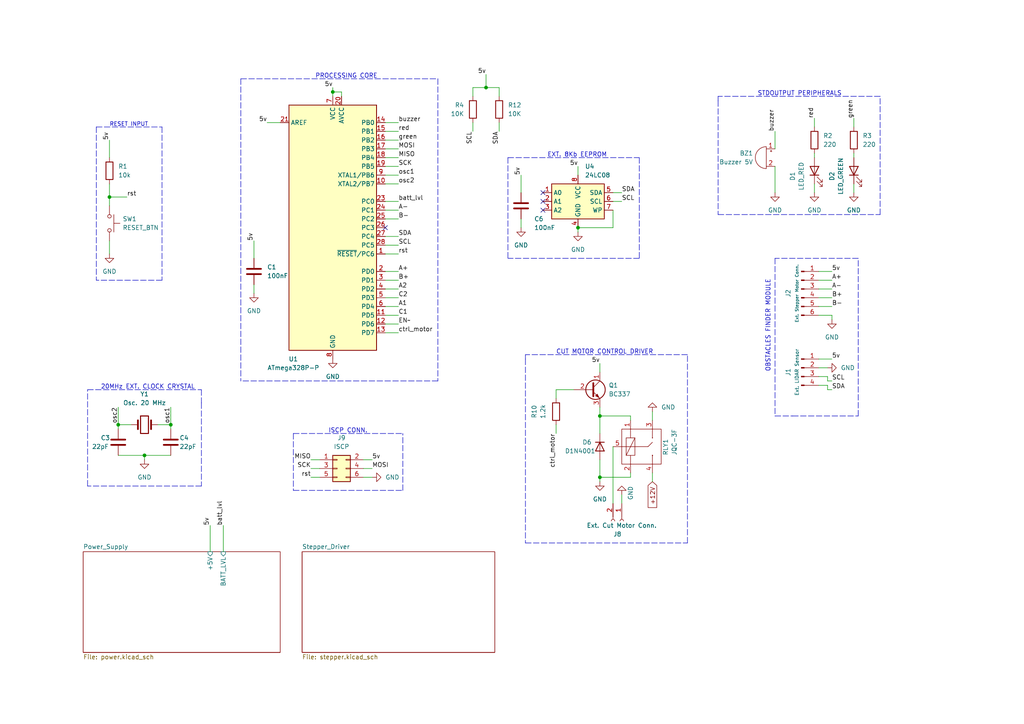
<source format=kicad_sch>
(kicad_sch (version 20211123) (generator eeschema)
  (paper "A4")
  (title_block (title "CPU and peripherals Eschema") (date "2022-03-23") (rev "v2.0") (company "Leandro Assis dos Santos") (comment 1 "Disponible in: github.com/leandroassis"))
  (lib_symbols
    (symbol "Connector:Conn_01x02_Female" (pin_names (offset 1.016) hide)
      (property "Reference" "J" (at 0 2.54 0))
      (property "Value" "Conn_01x02_Female" (at 0 -5.08 0))
      (symbol "Conn_01x02_Female_1_1"
        (arc (start 0 -2.032) (mid -0.508 -2.54) (end 0 -3.048) (stroke (width 0.1524)))
        (polyline (pts (xy -1.27 -2.54) (xy -0.508 -2.54)) (stroke (width 0.1524)))
        (polyline (pts (xy -1.27 0) (xy -0.508 0)) (stroke (width 0.1524)))
        (arc (start 0 0.508) (mid -0.508 0) (end 0 -0.508) (stroke (width 0.1524)))
        (pin passive line (at -5.08 0 0) (length 3.81) (name "Pin_1") (number "1"))
        (pin passive line (at -5.08 -2.54 0) (length 3.81) (name "Pin_2") (number "2"))
      )
    )
    (symbol "Connector:Conn_01x04_Male" (pin_names (offset 1.016) hide)
      (property "Reference" "J" (at 0 5.08 0))
      (property "Value" "Conn_01x04_Male" (at 0 -7.62 0))
      (symbol "Conn_01x04_Male_1_1"
        (polyline (pts (xy 1.27 -5.08) (xy 0.8636 -5.08)) (stroke (width 0.1524)))
        (polyline (pts (xy 1.27 -2.54) (xy 0.8636 -2.54)) (stroke (width 0.1524)))
        (polyline (pts (xy 1.27 0) (xy 0.8636 0)) (stroke (width 0.1524)))
        (polyline (pts (xy 1.27 2.54) (xy 0.8636 2.54)) (stroke (width 0.1524)))
        (rectangle (start 0.8636 -4.953) (end 0 -5.207) (stroke (width 0.1524)) (fill (type outline)))
        (rectangle (start 0.8636 -2.413) (end 0 -2.667) (stroke (width 0.1524)) (fill (type outline)))
        (rectangle (start 0.8636 0.127) (end 0 -0.127) (stroke (width 0.1524)) (fill (type outline)))
        (rectangle (start 0.8636 2.667) (end 0 2.413) (stroke (width 0.1524)) (fill (type outline)))
        (pin passive line (at 5.08 2.54 180) (length 3.81) (name "Pin_1") (number "1"))
        (pin passive line (at 5.08 0 180) (length 3.81) (name "Pin_2") (number "2"))
        (pin passive line (at 5.08 -2.54 180) (length 3.81) (name "Pin_3") (number "3"))
        (pin passive line (at 5.08 -5.08 180) (length 3.81) (name "Pin_4") (number "4"))
      )
    )
    (symbol "Connector:Conn_01x06_Male" (pin_names (offset 1.016) hide)
      (property "Reference" "J" (at 0 7.62 0))
      (property "Value" "Conn_01x06_Male" (at 0 -10.16 0))
      (symbol "Conn_01x06_Male_1_1"
        (polyline (pts (xy 1.27 -7.62) (xy 0.8636 -7.62)) (stroke (width 0.1524)))
        (polyline (pts (xy 1.27 -5.08) (xy 0.8636 -5.08)) (stroke (width 0.1524)))
        (polyline (pts (xy 1.27 -2.54) (xy 0.8636 -2.54)) (stroke (width 0.1524)))
        (polyline (pts (xy 1.27 0) (xy 0.8636 0)) (stroke (width 0.1524)))
        (polyline (pts (xy 1.27 2.54) (xy 0.8636 2.54)) (stroke (width 0.1524)))
        (polyline (pts (xy 1.27 5.08) (xy 0.8636 5.08)) (stroke (width 0.1524)))
        (rectangle (start 0.8636 -7.493) (end 0 -7.747) (stroke (width 0.1524)) (fill (type outline)))
        (rectangle (start 0.8636 -4.953) (end 0 -5.207) (stroke (width 0.1524)) (fill (type outline)))
        (rectangle (start 0.8636 -2.413) (end 0 -2.667) (stroke (width 0.1524)) (fill (type outline)))
        (rectangle (start 0.8636 0.127) (end 0 -0.127) (stroke (width 0.1524)) (fill (type outline)))
        (rectangle (start 0.8636 2.667) (end 0 2.413) (stroke (width 0.1524)) (fill (type outline)))
        (rectangle (start 0.8636 5.207) (end 0 4.953) (stroke (width 0.1524)) (fill (type outline)))
        (pin passive line (at 5.08 5.08 180) (length 3.81) (name "Pin_1") (number "1"))
        (pin passive line (at 5.08 2.54 180) (length 3.81) (name "Pin_2") (number "2"))
        (pin passive line (at 5.08 0 180) (length 3.81) (name "Pin_3") (number "3"))
        (pin passive line (at 5.08 -2.54 180) (length 3.81) (name "Pin_4") (number "4"))
        (pin passive line (at 5.08 -5.08 180) (length 3.81) (name "Pin_5") (number "5"))
        (pin passive line (at 5.08 -7.62 180) (length 3.81) (name "Pin_6") (number "6"))
      )
    )
    (symbol "Connector_Generic:Conn_02x03_Odd_Even" (pin_names (offset 1.016) hide)
      (property "Reference" "J" (at 1.27 5.08 0))
      (property "Value" "Conn_02x03_Odd_Even" (at 1.27 -5.08 0))
      (symbol "Conn_02x03_Odd_Even_1_1"
        (rectangle (start -1.27 -2.413) (end 0 -2.667) (stroke (width 0.1524)))
        (rectangle (start -1.27 0.127) (end 0 -0.127) (stroke (width 0.1524)))
        (rectangle (start -1.27 2.667) (end 0 2.413) (stroke (width 0.1524)))
        (rectangle (start -1.27 3.81) (end 3.81 -3.81) (stroke (width 0.254)) (fill (type background)))
        (rectangle (start 3.81 -2.413) (end 2.54 -2.667) (stroke (width 0.1524)))
        (rectangle (start 3.81 0.127) (end 2.54 -0.127) (stroke (width 0.1524)))
        (rectangle (start 3.81 2.667) (end 2.54 2.413) (stroke (width 0.1524)))
        (pin passive line (at -5.08 2.54 0) (length 3.81) (name "Pin_1") (number "1"))
        (pin passive line (at 7.62 2.54 180) (length 3.81) (name "Pin_2") (number "2"))
        (pin passive line (at -5.08 0 0) (length 3.81) (name "Pin_3") (number "3"))
        (pin passive line (at 7.62 0 180) (length 3.81) (name "Pin_4") (number "4"))
        (pin passive line (at -5.08 -2.54 0) (length 3.81) (name "Pin_5") (number "5"))
        (pin passive line (at 7.62 -2.54 180) (length 3.81) (name "Pin_6") (number "6"))
      )
    )
    (symbol "Device:Buzzer" (pin_names (offset 0.0254) hide)
      (property "Reference" "BZ" (at 3.81 1.27 0))
      (property "Value" "Buzzer" (at 3.81 -1.27 0))
      (symbol "Buzzer_0_1"
        (arc (start 0 -3.175) (mid 3.175 0) (end 0 3.175))
        (polyline (pts (xy -1.651 1.905) (xy -1.143 1.905)))
        (polyline (pts (xy -1.397 2.159) (xy -1.397 1.651)))
        (polyline (pts (xy 0 3.175) (xy 0 -3.175)))
      )
      (symbol "Buzzer_1_1"
        (pin passive line (at -2.54 2.54 0) (length 2.54) (name "-") (number "1"))
        (pin passive line (at -2.54 -2.54 0) (length 2.54) (name "+") (number "2"))
      )
    )
    (symbol "Device:C" (pin_numbers hide) (pin_names (offset 0.254))
      (property "Reference" "C" (at 0.635 2.54 0))
      (property "Value" "C" (at 0.635 -2.54 0))
      (symbol "C_0_1"
        (polyline (pts (xy -2.032 -0.762) (xy 2.032 -0.762)) (stroke (width 0.508)))
        (polyline (pts (xy -2.032 0.762) (xy 2.032 0.762)) (stroke (width 0.508)))
      )
      (symbol "C_1_1"
        (pin passive line (at 0 3.81 270) (length 2.794) (name "~") (number "1"))
        (pin passive line (at 0 -3.81 90) (length 2.794) (name "~") (number "2"))
      )
    )
    (symbol "Device:Crystal" (pin_numbers hide) (pin_names (offset 1.016) hide)
      (property "Reference" "Y" (at 0 3.81 0))
      (property "Value" "Crystal" (at 0 -3.81 0))
      (symbol "Crystal_0_1"
        (rectangle (start -1.143 2.54) (end 1.143 -2.54) (stroke (width 0.3048)))
        (polyline (pts (xy -2.54 0) (xy -1.905 0)))
        (polyline (pts (xy -1.905 -1.27) (xy -1.905 1.27)) (stroke (width 0.508)))
        (polyline (pts (xy 1.905 -1.27) (xy 1.905 1.27)) (stroke (width 0.508)))
        (polyline (pts (xy 2.54 0) (xy 1.905 0)))
      )
      (symbol "Crystal_1_1"
        (pin passive line (at -3.81 0 0) (length 1.27) (name "1") (number "1"))
        (pin passive line (at 3.81 0 180) (length 1.27) (name "2") (number "2"))
      )
    )
    (symbol "Device:D" (pin_numbers hide) (pin_names (offset 1.016) hide)
      (property "Reference" "D" (at 0 2.54 0))
      (property "Value" "D" (at 0 -2.54 0))
      (symbol "D_0_1"
        (polyline (pts (xy -1.27 1.27) (xy -1.27 -1.27)) (stroke (width 0.254)))
        (polyline (pts (xy 1.27 0) (xy -1.27 0)))
        (polyline (pts (xy 1.27 1.27) (xy 1.27 -1.27) (xy -1.27 0) (xy 1.27 1.27)) (stroke (width 0.254)))
      )
      (symbol "D_1_1"
        (pin passive line (at -3.81 0 0) (length 2.54) (name "K") (number "1"))
        (pin passive line (at 3.81 0 180) (length 2.54) (name "A") (number "2"))
      )
    )
    (symbol "Device:LED" (pin_numbers hide) (pin_names (offset 1.016) hide)
      (property "Reference" "D" (at 0 2.54 0))
      (property "Value" "LED" (at 0 -2.54 0))
      (symbol "LED_0_1"
        (polyline (pts (xy -1.27 -1.27) (xy -1.27 1.27)) (stroke (width 0.254)))
        (polyline (pts (xy -1.27 0) (xy 1.27 0)))
        (polyline (pts (xy 1.27 -1.27) (xy 1.27 1.27) (xy -1.27 0) (xy 1.27 -1.27)) (stroke (width 0.254)))
        (polyline (pts (xy -3.048 -0.762) (xy -4.572 -2.286) (xy -3.81 -2.286) (xy -4.572 -2.286) (xy -4.572 -1.524)))
        (polyline (pts (xy -1.778 -0.762) (xy -3.302 -2.286) (xy -2.54 -2.286) (xy -3.302 -2.286) (xy -3.302 -1.524)))
      )
      (symbol "LED_1_1"
        (pin passive line (at -3.81 0 0) (length 2.54) (name "K") (number "1"))
        (pin passive line (at 3.81 0 180) (length 2.54) (name "A") (number "2"))
      )
    )
    (symbol "Device:R" (pin_numbers hide) (pin_names (offset 0))
      (property "Reference" "R" (at 2.032 0 90))
      (property "Value" "R" (at 0 0 90))
      (symbol "R_0_1"
        (rectangle (start -1.016 -2.54) (end 1.016 2.54) (stroke (width 0.254)))
      )
      (symbol "R_1_1"
        (pin passive line (at 0 3.81 270) (length 1.27) (name "~") (number "1"))
        (pin passive line (at 0 -3.81 90) (length 1.27) (name "~") (number "2"))
      )
    )
    (symbol "MCU_Microchip_ATmega:ATmega328P-P"
      (property "Reference" "U1" (at -11.43 -38.1 0))
      (property "Value" "ATmega328P-P" (at -11.43 -40.64 0))
      (symbol "ATmega328P-P_0_1"
        (rectangle (start -12.7 -35.56) (end 12.7 35.56) (stroke (width 0.254)) (fill (type background)))
      )
      (symbol "ATmega328P-P_1_1"
        (pin bidirectional line (at 15.24 -7.62 180) (length 2.54) (name "~{RESET}/PC6") (number "1"))
        (pin bidirectional line (at 15.24 12.7 180) (length 2.54) (name "XTAL2/PB7") (number "10"))
        (pin bidirectional line (at 15.24 -25.4 180) (length 2.54) (name "PD5") (number "11"))
        (pin output line (at 15.24 -27.94 180) (length 2.54) (name "PD6") (number "12"))
        (pin bidirectional line (at 15.24 -30.48 180) (length 2.54) (name "PD7") (number "13"))
        (pin bidirectional line (at 15.24 30.48 180) (length 2.54) (name "PB0") (number "14"))
        (pin bidirectional line (at 15.24 27.94 180) (length 2.54) (name "PB1") (number "15"))
        (pin bidirectional line (at 15.24 25.4 180) (length 2.54) (name "PB2") (number "16"))
        (pin bidirectional line (at 15.24 22.86 180) (length 2.54) (name "PB3") (number "17"))
        (pin bidirectional line (at 15.24 20.32 180) (length 2.54) (name "PB4") (number "18"))
        (pin bidirectional line (at 15.24 17.78 180) (length 2.54) (name "PB5") (number "19"))
        (pin bidirectional line (at 15.24 -12.7 180) (length 2.54) (name "PD0") (number "2"))
        (pin power_in line (at 2.54 38.1 270) (length 2.54) (name "AVCC") (number "20"))
        (pin passive line (at -15.24 30.48 0) (length 2.54) (name "AREF") (number "21"))
        (pin passive line (at 0 -38.1 90) (length 2.54) hide (name "GND") (number "22"))
        (pin bidirectional line (at 15.24 7.62 180) (length 2.54) (name "PC0") (number "23"))
        (pin bidirectional line (at 15.24 5.08 180) (length 2.54) (name "PC1") (number "24"))
        (pin bidirectional line (at 15.24 2.54 180) (length 2.54) (name "PC2") (number "25"))
        (pin bidirectional line (at 15.24 0 180) (length 2.54) (name "PC3") (number "26"))
        (pin bidirectional line (at 15.24 -2.54 180) (length 2.54) (name "PC4") (number "27"))
        (pin bidirectional line (at 15.24 -5.08 180) (length 2.54) (name "PC5") (number "28"))
        (pin bidirectional line (at 15.24 -15.24 180) (length 2.54) (name "PD1") (number "3"))
        (pin bidirectional line (at 15.24 -17.78 180) (length 2.54) (name "PD2") (number "4"))
        (pin bidirectional line (at 15.24 -20.32 180) (length 2.54) (name "PD3") (number "5"))
        (pin bidirectional line (at 15.24 -22.86 180) (length 2.54) (name "PD4") (number "6"))
        (pin power_in line (at 0 38.1 270) (length 2.54) (name "VCC") (number "7"))
        (pin power_in line (at 0 -38.1 90) (length 2.54) (name "GND") (number "8"))
        (pin bidirectional line (at 15.24 15.24 180) (length 2.54) (name "XTAL1/PB6") (number "9"))
      )
    )
    (symbol "Memory_EEPROM:24LC08"
      (property "Reference" "U" (at -6.35 6.35 0))
      (property "Value" "24LC08" (at 1.27 6.35 0))
      (symbol "24LC08_1_1"
        (rectangle (start -7.62 5.08) (end 7.62 -5.08) (stroke (width 0.254)) (fill (type background)))
        (pin input line (at -10.16 2.54 0) (length 2.54) (name "A0") (number "1"))
        (pin input line (at -10.16 0 0) (length 2.54) (name "A1") (number "2"))
        (pin input line (at -10.16 -2.54 0) (length 2.54) (name "A2") (number "3"))
        (pin power_in line (at 0 -7.62 90) (length 2.54) (name "GND") (number "4"))
        (pin bidirectional line (at 10.16 2.54 180) (length 2.54) (name "SDA") (number "5"))
        (pin input line (at 10.16 0 180) (length 2.54) (name "SCL") (number "6"))
        (pin input line (at 10.16 -2.54 180) (length 2.54) (name "WP") (number "7"))
        (pin power_in line (at 0 7.62 270) (length 2.54) (name "VCC") (number "8"))
      )
    )
    (symbol "New_Library:JQC-3F"
      (property "Reference" "RLY" (at 8.89 -7.62 90))
      (property "Value" "JQC-3F" (at 11.43 -7.62 90))
      (symbol "JQC-3F_0_1"
        (rectangle (start -3.81 -2.54) (end 7.62 -12.7))
        (rectangle (start -2.54 -5.08) (end 0 -10.16))
        (polyline (pts (xy -3.81 -7.62) (xy 3.81 -7.62)))
        (polyline (pts (xy -2.54 -10.16) (xy 0 -5.08)))
        (polyline (pts (xy -1.27 -10.16) (xy -1.27 -12.7)))
        (polyline (pts (xy -1.27 -5.08) (xy -1.27 -2.54)))
        (polyline (pts (xy 3.81 -7.62) (xy 5.08 -6.35)))
        (polyline (pts (xy 5.08 -12.7) (xy 5.08 -10.16)))
        (polyline (pts (xy 5.08 -2.54) (xy 5.08 -5.08)))
        (circle (center 5.08 -10.16) (radius 0.0001))
        (circle (center 5.08 -10.16) (radius 0.0001))
        (circle (center 5.08 -5.08) (radius 0.0001))
      )
      (symbol "JQC-3F_1_1"
        (pin input line (at -1.27 0 270) (length 2.54) (name "") (number "1"))
        (pin input line (at -1.27 -15.24 90) (length 2.54) (name "") (number "2"))
        (pin input line (at 5.08 0 270) (length 2.54) (name "") (number "3"))
        (pin input line (at 5.08 -15.24 90) (length 2.54) (name "") (number "4"))
        (pin input line (at -6.35 -7.62 0) (length 2.54) (name "") (number "5"))
      )
    )
    (symbol "Switch:SW_Push" (pin_numbers hide) (pin_names (offset 1.016) hide)
      (property "Reference" "SW" (at 1.27 2.54 0))
      (property "Value" "SW_Push" (at 0 -1.524 0))
      (symbol "SW_Push_0_1"
        (circle (center -2.032 0) (radius 0.508))
        (polyline (pts (xy 0 1.27) (xy 0 3.048)))
        (polyline (pts (xy 2.54 1.27) (xy -2.54 1.27)))
        (circle (center 2.032 0) (radius 0.508))
        (pin passive line (at -5.08 0 0) (length 2.54) (name "1") (number "1"))
        (pin passive line (at 5.08 0 180) (length 2.54) (name "2") (number "2"))
      )
    )
    (symbol "Transistor_BJT:BC337" (pin_names (offset 0) hide)
      (property "Reference" "Q" (at 5.08 1.905 0))
      (property "Value" "BC337" (at 5.08 0 0))
      (symbol "BC337_0_1"
        (polyline (pts (xy 0 0) (xy 0.635 0)))
        (polyline (pts (xy 0.635 0.635) (xy 2.54 2.54)))
        (polyline (pts (xy 0.635 -0.635) (xy 2.54 -2.54) (xy 2.54 -2.54)))
        (polyline (pts (xy 0.635 1.905) (xy 0.635 -1.905) (xy 0.635 -1.905)) (stroke (width 0.508)))
        (polyline (pts (xy 1.27 -1.778) (xy 1.778 -1.27) (xy 2.286 -2.286) (xy 1.27 -1.778) (xy 1.27 -1.778)) (fill (type outline)))
        (circle (center 1.27 0) (radius 2.8194) (stroke (width 0.254)))
      )
      (symbol "BC337_1_1"
        (pin passive line (at 2.54 5.08 270) (length 2.54) (name "C") (number "1"))
        (pin input line (at -5.08 0 0) (length 5.08) (name "B") (number "2"))
        (pin passive line (at 2.54 -5.08 90) (length 2.54) (name "E") (number "3"))
      )
    )
    (symbol "power:GND" (power) (pin_names (offset 0))
      (property "Value" "GND" (at 0 -3.81 0))
      (symbol "GND_0_1"
        (polyline (pts (xy 0 0) (xy 0 -1.27) (xy 1.27 -1.27) (xy 0 -2.54) (xy -1.27 -1.27) (xy 0 -1.27)))
      )
      (symbol "GND_1_1"
        (pin power_in line (at 0 0 270) (length 0) hide (name "GND") (number "1"))
      )
    )
  )
  (junction (at 173.99 120.65))
  (junction (at 34.29 123.19))
  (junction (at 167.64 66.04))
  (junction (at 41.91 132.08))
  (junction (at 96.52 26.67))
  (junction (at 49.53 123.19))
  (junction (at 31.75 57.15))
  (junction (at 173.99 138.43))
  (junction (at 140.97 25.4))
  (no_connect (at 111.76 66.04))
  (no_connect (at 157.48 60.96))
  (no_connect (at 157.48 55.88))
  (no_connect (at 157.48 58.42))
  (wire (pts (xy 247.65 53.34) (xy 247.65 55.88)))
  (wire (pts (xy 167.64 66.04) (xy 167.64 67.31)))
  (polyline (pts (xy 185.42 45.72) (xy 185.42 74.93)))
  (wire (pts (xy 111.76 63.5) (xy 115.57 63.5)))
  (polyline (pts (xy 27.94 36.83) (xy 46.99 36.83)))
  (wire (pts (xy 189.23 137.16) (xy 189.23 139.7)))
  (wire (pts (xy 182.88 121.92) (xy 182.88 120.65)))
  (wire (pts (xy 111.76 38.1) (xy 115.57 38.1)))
  (wire (pts (xy 237.49 111.76) (xy 240.03 111.76)))
  (polyline (pts (xy 85.09 125.73) (xy 85.09 142.24)))
  (wire (pts (xy 34.29 124.46) (xy 34.29 123.19)))
  (wire (pts (xy 96.52 25.4) (xy 96.52 26.67)))
  (polyline (pts (xy 69.85 22.86) (xy 127 22.86)))
  (wire (pts (xy 77.47 35.56) (xy 81.28 35.56)))
  (polyline (pts (xy 199.39 102.87) (xy 152.4 102.87)))
  (wire (pts (xy 41.91 132.08) (xy 41.91 133.35)))
  (wire (pts (xy 73.66 69.85) (xy 73.66 74.93)))
  (wire (pts (xy 182.88 137.16) (xy 182.88 138.43)))
  (wire (pts (xy 34.29 123.19) (xy 38.1 123.19)))
  (polyline (pts (xy 199.39 157.48) (xy 199.39 102.87)))
  (wire (pts (xy 111.76 96.52) (xy 115.57 96.52)))
  (wire (pts (xy 177.8 129.54) (xy 177.8 146.05)))
  (wire (pts (xy 111.76 40.64) (xy 115.57 40.64)))
  (polyline (pts (xy 208.28 29.21) (xy 208.28 62.23)))
  (wire (pts (xy 111.76 91.44) (xy 115.57 91.44)))
  (wire (pts (xy 34.29 118.11) (xy 34.29 123.19)))
  (wire (pts (xy 137.16 25.4) (xy 140.97 25.4)))
  (wire (pts (xy 111.76 81.28) (xy 115.57 81.28)))
  (wire (pts (xy 111.76 60.96) (xy 115.57 60.96)))
  (wire (pts (xy 111.76 48.26) (xy 115.57 48.26)))
  (wire (pts (xy 60.96 152.4) (xy 60.96 160.02)))
  (polyline (pts (xy 25.4 113.03) (xy 58.42 113.03)))
  (polyline (pts (xy 25.4 140.97) (xy 25.4 113.03)))
  (wire (pts (xy 140.97 21.59) (xy 140.97 25.4)))
  (polyline (pts (xy 58.42 116.84) (xy 58.42 140.97)))
  (wire (pts (xy 31.75 57.15) (xy 36.83 57.15)))
  (wire (pts (xy 45.72 123.19) (xy 49.53 123.19)))
  (wire (pts (xy 237.49 78.74) (xy 241.3 78.74)))
  (wire (pts (xy 161.29 113.03) (xy 166.37 113.03)))
  (wire (pts (xy 173.99 138.43) (xy 182.88 138.43)))
  (polyline (pts (xy 224.79 74.93) (xy 224.79 120.65)))
  (wire (pts (xy 96.52 26.67) (xy 99.06 26.67)))
  (wire (pts (xy 105.41 138.43) (xy 107.95 138.43)))
  (wire (pts (xy 31.75 69.85) (xy 31.75 73.66)))
  (wire (pts (xy 236.22 53.34) (xy 236.22 55.88)))
  (wire (pts (xy 173.99 118.11) (xy 173.99 120.65)))
  (wire (pts (xy 49.53 123.19) (xy 49.53 124.46)))
  (wire (pts (xy 237.49 106.68) (xy 240.03 106.68)))
  (polyline (pts (xy 152.4 104.14) (xy 152.4 157.48)))
  (wire (pts (xy 177.8 58.42) (xy 180.34 58.42)))
  (wire (pts (xy 31.75 53.34) (xy 31.75 57.15)))
  (wire (pts (xy 96.52 26.67) (xy 96.52 27.94)))
  (wire (pts (xy 173.99 120.65) (xy 182.88 120.65)))
  (polyline (pts (xy 185.42 74.93) (xy 147.32 74.93)))
  (polyline (pts (xy 208.28 62.23) (xy 255.27 62.23)))
  (wire (pts (xy 111.76 93.98) (xy 115.57 93.98)))
  (wire (pts (xy 151.13 50.8) (xy 151.13 55.88)))
  (wire (pts (xy 224.79 38.1) (xy 224.79 43.18)))
  (wire (pts (xy 111.76 83.82) (xy 115.57 83.82)))
  (polyline (pts (xy 248.92 120.65) (xy 248.92 74.93)))
  (polyline (pts (xy 127 110.49) (xy 69.85 110.49)))
  (wire (pts (xy 64.77 152.4) (xy 64.77 160.02)))
  (wire (pts (xy 173.99 105.41) (xy 173.99 107.95)))
  (wire (pts (xy 236.22 44.45) (xy 236.22 45.72)))
  (polyline (pts (xy 69.85 22.86) (xy 69.85 110.49)))
  (wire (pts (xy 111.76 58.42) (xy 115.57 58.42)))
  (wire (pts (xy 99.06 27.94) (xy 99.06 26.67)))
  (wire (pts (xy 151.13 63.5) (xy 151.13 66.04)))
  (wire (pts (xy 90.17 135.89) (xy 92.71 135.89)))
  (wire (pts (xy 111.76 35.56) (xy 115.57 35.56)))
  (polyline (pts (xy 229.87 120.65) (xy 248.92 120.65)))
  (polyline (pts (xy 85.09 142.24) (xy 116.84 142.24)))
  (polyline (pts (xy 147.32 45.72) (xy 147.32 74.93)))
  (wire (pts (xy 34.29 132.08) (xy 41.91 132.08)))
  (polyline (pts (xy 85.09 125.73) (xy 116.84 125.73)))
  (wire (pts (xy 167.64 66.04) (xy 177.8 66.04)))
  (wire (pts (xy 111.76 53.34) (xy 115.57 53.34)))
  (wire (pts (xy 161.29 125.73) (xy 161.29 123.19)))
  (wire (pts (xy 111.76 73.66) (xy 115.57 73.66)))
  (polyline (pts (xy 116.84 142.24) (xy 116.84 125.73)))
  (wire (pts (xy 137.16 27.94) (xy 137.16 25.4)))
  (wire (pts (xy 177.8 60.96) (xy 177.8 66.04)))
  (wire (pts (xy 237.49 104.14) (xy 241.3 104.14)))
  (wire (pts (xy 237.49 91.44) (xy 241.3 91.44)))
  (polyline (pts (xy 127 22.86) (xy 127 110.49)))
  (wire (pts (xy 41.91 132.08) (xy 49.53 132.08)))
  (wire (pts (xy 105.41 133.35) (xy 107.95 133.35)))
  (wire (pts (xy 237.49 86.36) (xy 241.3 86.36)))
  (wire (pts (xy 237.49 81.28) (xy 241.3 81.28)))
  (wire (pts (xy 167.64 48.26) (xy 167.64 50.8)))
  (polyline (pts (xy 46.99 81.28) (xy 27.94 81.28)))
  (polyline (pts (xy 152.4 102.87) (xy 152.4 104.14)))
  (polyline (pts (xy 58.42 140.97) (xy 25.4 140.97)))
  (polyline (pts (xy 208.28 27.94) (xy 208.28 29.21)))
  (wire (pts (xy 111.76 86.36) (xy 115.57 86.36)))
  (wire (pts (xy 241.3 91.44) (xy 241.3 92.71)))
  (wire (pts (xy 73.66 82.55) (xy 73.66 85.09)))
  (wire (pts (xy 240.03 113.03) (xy 241.3 113.03)))
  (polyline (pts (xy 224.79 120.65) (xy 229.87 120.65)))
  (wire (pts (xy 240.03 111.76) (xy 240.03 113.03)))
  (wire (pts (xy 247.65 34.29) (xy 247.65 36.83)))
  (wire (pts (xy 111.76 71.12) (xy 115.57 71.12)))
  (wire (pts (xy 111.76 88.9) (xy 115.57 88.9)))
  (wire (pts (xy 90.17 133.35) (xy 92.71 133.35)))
  (wire (pts (xy 180.34 146.05) (xy 180.34 143.51)))
  (wire (pts (xy 189.23 121.92) (xy 189.23 119.38)))
  (wire (pts (xy 90.17 138.43) (xy 92.71 138.43)))
  (polyline (pts (xy 147.32 45.72) (xy 185.42 45.72)))
  (wire (pts (xy 140.97 25.4) (xy 144.78 25.4)))
  (wire (pts (xy 111.76 45.72) (xy 115.57 45.72)))
  (polyline (pts (xy 248.92 74.93) (xy 224.79 74.93)))
  (wire (pts (xy 161.29 113.03) (xy 161.29 115.57)))
  (polyline (pts (xy 27.94 36.83) (xy 27.94 81.28)))
  (wire (pts (xy 173.99 120.65) (xy 173.99 125.73)))
  (wire (pts (xy 236.22 34.29) (xy 236.22 36.83)))
  (wire (pts (xy 177.8 55.88) (xy 180.34 55.88)))
  (wire (pts (xy 111.76 50.8) (xy 115.57 50.8)))
  (wire (pts (xy 173.99 133.35) (xy 173.99 138.43)))
  (wire (pts (xy 237.49 83.82) (xy 241.3 83.82)))
  (wire (pts (xy 49.53 118.11) (xy 49.53 123.19)))
  (polyline (pts (xy 46.99 36.83) (xy 46.99 81.28)))
  (wire (pts (xy 237.49 88.9) (xy 241.3 88.9)))
  (wire (pts (xy 237.49 109.22) (xy 240.03 109.22)))
  (wire (pts (xy 111.76 78.74) (xy 115.57 78.74)))
  (wire (pts (xy 137.16 35.56) (xy 137.16 38.1)))
  (wire (pts (xy 240.03 109.22) (xy 240.03 110.49)))
  (wire (pts (xy 105.41 135.89) (xy 107.95 135.89)))
  (wire (pts (xy 111.76 43.18) (xy 115.57 43.18)))
  (wire (pts (xy 144.78 25.4) (xy 144.78 27.94)))
  (polyline (pts (xy 255.27 27.94) (xy 208.28 27.94)))
  (wire (pts (xy 247.65 44.45) (xy 247.65 45.72)))
  (polyline (pts (xy 58.42 113.03) (xy 58.42 116.84)))
  (wire (pts (xy 173.99 138.43) (xy 173.99 139.7)))
  (wire (pts (xy 31.75 57.15) (xy 31.75 59.69)))
  (polyline (pts (xy 255.27 62.23) (xy 255.27 27.94)))
  (wire (pts (xy 224.79 48.26) (xy 224.79 55.88)))
  (wire (pts (xy 144.78 35.56) (xy 144.78 38.1)))
  (wire (pts (xy 31.75 40.64) (xy 31.75 45.72)))
  (polyline (pts (xy 152.4 157.48) (xy 199.39 157.48)))
  (wire (pts (xy 240.03 110.49) (xy 241.3 110.49)))
  (wire (pts (xy 111.76 68.58) (xy 115.57 68.58)))
  (text "OBSTACLES FINDER MODULE" (at 223.52 107.95 90) (effects (font (size 1.27 1.27)) (justify left bottom)))
  (text "CUT MOTOR CONTROL DRIVER" (at 161.29 102.87 0) (effects (font (size 1.27 1.27)) (justify left bottom)))
  (text "RESET INPUT" (at 31.75 36.83 0) (effects (font (size 1.15 1.15)) (justify left bottom)))
  (text "PROCESSING CORE" (at 91.44 22.86 0) (effects (font (size 1.27 1.27)) (justify left bottom)))
  (text "EXT. 8Kb EEPROM\n" (at 158.75 45.72 0) (effects (font (size 1.27 1.27)) (justify left bottom)))
  (text "20MHz EXT. CLOCK CRYSTAL" (at 29.21 113.03 0) (effects (font (size 1.27 1.27)) (justify left bottom)))
  (text "STDOUTPUT PERIPHERALS" (at 219.71 27.94 0) (effects (font (size 1.27 1.27)) (justify left bottom)))
  (text "ISCP CONN." (at 95.25 125.73 0) (effects (font (size 1.27 1.27)) (justify left bottom)))
  (label "5v" (at 96.52 25.4 180))
  (label "rst" (at 115.57 73.66 0))
  (label "red" (at 115.57 38.1 0))
  (label "batt_lvl" (at 115.57 58.42 0))
  (label "A+" (at 241.3 81.28 0))
  (label "A-" (at 241.3 83.82 0))
  (label "MISO" (at 90.17 133.35 180))
  (label "C1" (at 115.57 91.44 0))
  (label "SCL" (at 137.16 38.1 270))
  (label "EN~" (at 115.57 93.98 0))
  (label "B+" (at 115.57 81.28 0))
  (label "5v" (at 31.75 40.64 90))
  (label "5v" (at 77.47 35.56 180))
  (label "A1" (at 115.57 88.9 0))
  (label "5v" (at 60.96 152.4 90))
  (label "A2" (at 115.57 83.82 0))
  (label "5v" (at 151.13 50.8 90))
  (label "5v" (at 167.64 48.26 180))
  (label "MISO" (at 115.57 45.72 0))
  (label "SDA" (at 144.78 38.1 270))
  (label "SCL" (at 180.34 58.42 0))
  (label "SDA" (at 115.57 68.58 0))
  (label "rst" (at 36.83 57.15 0))
  (label "buzzer" (at 115.57 35.56 0))
  (label "A+" (at 115.57 78.74 0))
  (label "ctrl_motor" (at 161.29 125.73 270))
  (label "green" (at 247.65 34.29 90))
  (label "B-" (at 241.3 88.9 0))
  (label "red" (at 236.22 34.29 90))
  (label "osc1" (at 49.53 118.11 270))
  (label "5v" (at 241.3 104.14 0))
  (label "5v" (at 173.99 105.41 180))
  (label "SCL" (at 241.3 110.49 0))
  (label "batt_lvl" (at 64.77 152.4 90))
  (label "B+" (at 241.3 86.36 0))
  (label "MOSI" (at 115.57 43.18 0))
  (label "5v" (at 73.66 69.85 90))
  (label "5v" (at 107.95 133.35 0))
  (label "osc2" (at 34.29 118.11 270))
  (label "SDA" (at 241.3 113.03 0))
  (label "B-" (at 115.57 63.5 0))
  (label "SCL" (at 115.57 71.12 0))
  (label "ctrl_motor" (at 115.57 96.52 0))
  (label "A-" (at 115.57 60.96 0))
  (label "SDA" (at 180.34 55.88 0))
  (label "MOSI" (at 107.95 135.89 0))
  (label "rst" (at 90.17 138.43 180))
  (label "SCK" (at 115.57 48.26 0))
  (label "green" (at 115.57 40.64 0))
  (label "osc1" (at 115.57 50.8 0))
  (label "C2" (at 115.57 86.36 0))
  (label "5v" (at 241.3 78.74 0))
  (label "SCK" (at 90.17 135.89 180))
  (label "5v" (at 140.97 21.59 180))
  (label "osc2" (at 115.57 53.34 0))
  (label "buzzer" (at 224.79 38.1 90))
  (global_label "+12V" (shape input) (at 189.23 139.7 270) (property "Intersheet References" "${INTERSHEET_REFS}" (effects hide)))
  (symbol (lib_id "Connector_Generic:Conn_02x03_Odd_Even") (at 97.79 135.89 0) (unit 1)
    (property "Reference" "J9" (at 99.06 127 0))
    (property "Value" "ISCP" (at 99.06 129.54 0))
  )
  (symbol (lib_id "power:GND") (at 247.65 55.88 0) (unit 1)
    (property "Reference" "#PWR03" (effects hide))
    (property "Value" "GND" (at 247.65 60.96 0))
  )
  (symbol (lib_id "power:GND") (at 151.13 66.04 0) (unit 1)
    (property "Reference" "#PWR017" (effects hide))
    (property "Value" "GND" (at 151.13 71.12 0))
  )
  (symbol (lib_id "Connector:Conn_01x02_Female") (at 180.34 151.13 270) (unit 1)
    (property "Reference" "J8" (at 179.07 154.94 90))
    (property "Value" "Ext. Cut Motor Conn." (at 180.34 152.4 90))
  )
  (symbol (lib_id "power:GND") (at 224.79 55.88 0) (mirror y) (unit 1)
    (property "Reference" "#PWR01" (effects hide))
    (property "Value" "GND" (at 224.79 60.96 0))
  )
  (symbol (lib_id "MCU_Microchip_ATmega:ATmega328P-P") (at 96.52 66.04 0) (unit 1)
    (property "Reference" "U1" (at 85.09 104.14 0))
    (property "Value" "ATmega328P-P" (at 85.09 106.68 0))
    (property "Footprint" "Package_DIP:DIP-28_W7.62mm" (effects hide))
    (property "Datasheet" "http://ww1.microchip.com/downloads/en/DeviceDoc/ATmega328_P%20AVR%20MCU%20with%20picoPower%20Technology%20Data%20Sheet%2040001984A.pdf" (effects hide))
  )
  (symbol (lib_id "Connector:Conn_01x04_Male") (at 232.41 106.68 0) (unit 1)
    (property "Reference" "J1" (at 228.6 107.95 90))
    (property "Value" "Ext. LIDAR Sensor" (at 231.14 107.95 90) (effects (font (size 1 1))))
    (property "Footprint" "Package_BGA:FBGA-78_7.5x11mm_Layout2x3x13_P0.8mm" (effects hide))
  )
  (symbol (lib_id "power:GND") (at 73.66 85.09 0) (unit 1)
    (property "Reference" "#PWR0105" (effects hide))
    (property "Value" "GND" (at 73.66 90.17 0))
  )
  (symbol (lib_id "power:GND") (at 240.03 106.68 90) (unit 1)
    (property "Reference" "#PWR06" (effects hide))
    (property "Value" "GND" (at 243.84 106.6799 90) (effects (justify right)))
  )
  (symbol (lib_id "Device:LED") (at 236.22 49.53 90) (unit 1)
    (property "Reference" "D1" (at 229.87 51.1175 0))
    (property "Value" "LED_RED" (at 232.41 51.1175 0))
  )
  (symbol (lib_id "power:GND") (at 173.99 139.7 0) (unit 1)
    (property "Reference" "#PWR012" (effects hide))
    (property "Value" "GND" (at 173.99 144.78 0))
  )
  (symbol (lib_id "power:GND") (at 96.52 104.14 0) (unit 1)
    (property "Reference" "#PWR0106" (effects hide))
    (property "Value" "GND" (at 96.52 109.22 0))
  )
  (symbol (lib_id "Device:C") (at 49.53 128.27 0) (unit 1)
    (property "Reference" "C4" (at 52.07 127 0) (effects (justify left)))
    (property "Value" "22pF" (at 52.07 129.54 0) (effects (justify left)))
  )
  (symbol (lib_id "Device:LED") (at 247.65 49.53 90) (unit 1)
    (property "Reference" "D2" (at 241.3 51.1175 0))
    (property "Value" "LED_GREEN" (at 243.84 51.1175 0))
  )
  (symbol (lib_id "Transistor_BJT:BC337") (at 171.45 113.03 0) (unit 1)
    (property "Reference" "Q1" (at 176.53 111.7599 0) (effects (justify left)))
    (property "Value" "BC337" (at 176.53 114.2999 0) (effects (justify left)))
    (property "Footprint" "Package_TO_SOT_THT:TO-92_Inline" (effects hide))
    (property "Datasheet" "https://diotec.com/tl_files/diotec/files/pdf/datasheets/bc337.pdf" (effects hide))
  )
  (symbol (lib_id "Memory_EEPROM:24LC08") (at 167.64 58.42 0) (unit 1)
    (property "Reference" "U4" (at 169.6594 48.26 0) (effects (justify left)))
    (property "Value" "24LC08" (at 169.6594 50.8 0) (effects (justify left)))
    (property "Datasheet" "http://ww1.microchip.com/downloads/en/DeviceDoc/21710J.pdf" (effects hide))
  )
  (symbol (lib_id "Device:Buzzer") (at 222.25 45.72 0) (mirror y) (unit 1)
    (property "Reference" "BZ1" (at 218.44 44.4499 0) (effects (justify left)))
    (property "Value" "Buzzer 5V" (at 218.44 46.9899 0) (effects (justify left)))
  )
  (symbol (lib_id "power:GND") (at 189.23 119.38 180) (unit 1)
    (property "Reference" "#PWR014" (effects hide))
    (property "Value" "GND" (at 191.77 118.1099 0) (effects (justify right)))
  )
  (symbol (lib_id "Device:C") (at 34.29 128.27 0) (unit 1)
    (property "Reference" "C3" (at 29.21 127 0) (effects (justify left)))
    (property "Value" "22pF" (at 26.67 129.54 0) (effects (justify left)))
  )
  (symbol (lib_id "power:GND") (at 241.3 92.71 0) (mirror y) (unit 1)
    (property "Reference" "#PWR05" (effects hide))
    (property "Value" "GND" (at 241.3 97.79 0))
  )
  (symbol (lib_id "New_Library:JQC-3F") (at 184.15 121.92 0) (unit 1)
    (property "Reference" "RLY1" (at 193.04 132.08 90) (effects (justify left)))
    (property "Value" "JQC-3F" (at 195.58 132.08 90) (effects (justify left)))
  )
  (symbol (lib_id "power:GND") (at 180.34 143.51 180) (unit 1)
    (property "Reference" "#PWR013" (effects hide))
    (property "Value" "GND" (at 182.88 140.97 90) (effects (justify left)))
  )
  (symbol (lib_id "power:GND") (at 167.64 67.31 0) (unit 1)
    (property "Reference" "#PWR010" (effects hide))
    (property "Value" "GND" (at 167.64 72.39 0))
  )
  (symbol (lib_id "Switch:SW_Push") (at 31.75 64.77 270) (unit 1)
    (property "Reference" "SW1" (at 35.56 63.4999 90) (effects (justify left)))
    (property "Value" "RESET_BTN" (at 35.56 66.0399 90) (effects (justify left)))
  )
  (symbol (lib_id "Device:R") (at 144.78 31.75 0) (unit 1)
    (property "Reference" "R12" (at 147.32 30.4799 0) (effects (justify left)))
    (property "Value" "10K" (at 147.32 33.0199 0) (effects (justify left)))
  )
  (symbol (lib_id "Device:R") (at 137.16 31.75 0) (mirror y) (unit 1)
    (property "Reference" "R4" (at 134.62 30.4799 0) (effects (justify left)))
    (property "Value" "10K" (at 134.62 33.0199 0) (effects (justify left)))
  )
  (symbol (lib_id "Device:R") (at 161.29 119.38 180) (unit 1)
    (property "Reference" "R10" (at 154.94 119.38 90))
    (property "Value" "1.2k" (at 157.48 119.38 90))
  )
  (symbol (lib_id "Device:C") (at 151.13 59.69 0) (unit 1)
    (property "Reference" "C6" (at 154.94 63.5 0) (effects (justify left)))
    (property "Value" "100nF" (at 154.94 66.04 0) (effects (justify left)))
  )
  (symbol (lib_id "Device:D") (at 173.99 129.54 270) (unit 1)
    (property "Reference" "D6" (at 168.91 128.27 90) (effects (justify left)))
    (property "Value" "D1N4001" (at 163.83 130.81 90) (effects (justify left)))
  )
  (symbol (lib_id "Device:C") (at 73.66 78.74 0) (unit 1)
    (property "Reference" "C1" (at 77.47 77.47 0) (effects (justify left)))
    (property "Value" "100nF" (at 77.47 80.01 0) (effects (justify left)))
  )
  (symbol (lib_id "Device:R") (at 247.65 40.64 0) (unit 1)
    (property "Reference" "R3" (at 250.19 39.3699 0) (effects (justify left)))
    (property "Value" "220" (at 250.19 41.9099 0) (effects (justify left)))
  )
  (symbol (lib_id "power:GND") (at 107.95 138.43 90) (unit 1)
    (property "Reference" "#PWR015" (effects hide))
    (property "Value" "GND" (at 111.76 138.4299 90) (effects (justify right)))
  )
  (symbol (lib_id "Device:Crystal") (at 41.91 123.19 0) (unit 1)
    (property "Reference" "Y1" (at 41.91 114.3 0))
    (property "Value" "Osc. 20 MHz" (at 41.91 116.84 0))
  )
  (symbol (lib_id "Device:R") (at 31.75 49.53 0) (unit 1)
    (property "Reference" "R1" (at 34.29 48.2599 0) (effects (justify left)))
    (property "Value" "10k" (at 34.29 50.7999 0) (effects (justify left)))
  )
  (symbol (lib_id "power:GND") (at 41.91 133.35 0) (unit 1)
    (property "Reference" "#PWR011" (effects hide))
    (property "Value" "GND" (at 41.91 138.43 0))
  )
  (symbol (lib_id "power:GND") (at 31.75 73.66 0) (unit 1)
    (property "Reference" "#PWR0102" (effects hide))
    (property "Value" "GND" (at 31.75 78.74 0))
  )
  (symbol (lib_id "power:GND") (at 236.22 55.88 0) (unit 1)
    (property "Reference" "#PWR02" (effects hide))
    (property "Value" "GND" (at 236.22 60.96 0))
  )
  (symbol (lib_id "Connector:Conn_01x06_Male") (at 232.41 83.82 0) (unit 1)
    (property "Reference" "J2" (at 228.6 85.09 90))
    (property "Value" "Ext. Stepper Motor Conn." (at 231.14 85.09 90) (effects (font (size 0.88 0.88))))
  )
  (symbol (lib_id "Device:R") (at 236.22 40.64 0) (unit 1)
    (property "Reference" "R2" (at 238.76 39.3699 0) (effects (justify left)))
    (property "Value" "220" (at 238.76 41.9099 0) (effects (justify left)))
  )
  (sheet (at 87.63 160.02) (size 55.88 29.21) (stroke (width 0.1524))
    (property "Sheet name" "Stepper_Driver" (at 87.63 159.3084 0) (effects (justify left bottom)))
    (property "Sheet file" "stepper.kicad_sch" (at 87.63 189.8146 0) (effects (justify left top)))
  )
  (sheet (at 24.13 160.02) (size 57.15 29.21) (stroke (width 0.1524))
    (property "Sheet name" "Power_Supply" (at 24.13 159.3084 0) (effects (justify left bottom)))
    (property "Sheet file" "power.kicad_sch" (at 24.13 189.8146 0) (effects (justify left top)))
    (pin "+5V" input (at 60.96 160.02 90))
    (pin "BATT_LVL" input (at 64.77 160.02 90))
  )
)
</source>
